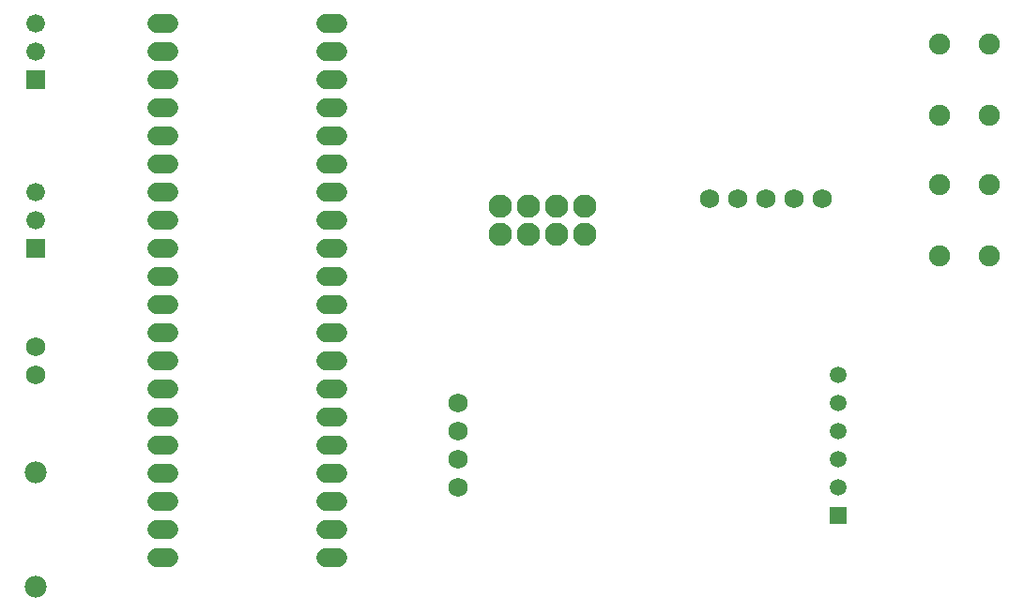
<source format=gbs>
G04 Layer: BottomSolderMaskLayer*
G04 EasyEDA v6.5.9, 2022-08-04 21:53:36*
G04 243b00ffacdd401494d35e99a464f0bf,3bbe445d3a7142a2ab69e160ea9428b9,10*
G04 Gerber Generator version 0.2*
G04 Scale: 100 percent, Rotated: No, Reflected: No *
G04 Dimensions in millimeters *
G04 leading zeros omitted , absolute positions ,4 integer and 5 decimal *
%FSLAX45Y45*%
%MOMM*%

%ADD10C,1.6532*%
%ADD11C,2.1016*%
%ADD12R,1.6764X1.6764*%
%ADD13C,1.6764*%
%ADD14C,1.7526*%
%ADD15C,1.7516*%
%ADD16C,1.9812*%
%ADD17C,1.7272*%
%ADD18C,1.5011*%
%ADD19C,1.9016*%

%LPD*%
D10*
X2113511Y-3048000D02*
G01*
X2218509Y-3048000D01*
X2113511Y-2794000D02*
G01*
X2218509Y-2794000D01*
X2113511Y-2540000D02*
G01*
X2218509Y-2540000D01*
X2113511Y-2286000D02*
G01*
X2218509Y-2286000D01*
X2113511Y-2032000D02*
G01*
X2218509Y-2032000D01*
X2113511Y-1778000D02*
G01*
X2218509Y-1778000D01*
X2113511Y-1524000D02*
G01*
X2218509Y-1524000D01*
X2113511Y-1270000D02*
G01*
X2218509Y-1270000D01*
X2113511Y-1016000D02*
G01*
X2218509Y-1016000D01*
X2113511Y-762000D02*
G01*
X2218509Y-762000D01*
X2113511Y-3302000D02*
G01*
X2218509Y-3302000D01*
X2113511Y-3556000D02*
G01*
X2218509Y-3556000D01*
X2113511Y-3810000D02*
G01*
X2218509Y-3810000D01*
X2113511Y-4064000D02*
G01*
X2218509Y-4064000D01*
X2113511Y-4318000D02*
G01*
X2218509Y-4318000D01*
X2113511Y-4572000D02*
G01*
X2218509Y-4572000D01*
X2113511Y-4826000D02*
G01*
X2218509Y-4826000D01*
X2113511Y-5080000D02*
G01*
X2218509Y-5080000D01*
X2113511Y-5334000D02*
G01*
X2218509Y-5334000D01*
X2113511Y-5588000D02*
G01*
X2218509Y-5588000D01*
X3637511Y-5588000D02*
G01*
X3742509Y-5588000D01*
X3637511Y-5334000D02*
G01*
X3742509Y-5334000D01*
X3637511Y-5080000D02*
G01*
X3742509Y-5080000D01*
X3637511Y-4826000D02*
G01*
X3742509Y-4826000D01*
X3637511Y-4572000D02*
G01*
X3742509Y-4572000D01*
X3637511Y-4318000D02*
G01*
X3742509Y-4318000D01*
X3637511Y-4064000D02*
G01*
X3742509Y-4064000D01*
X3637511Y-3810000D02*
G01*
X3742509Y-3810000D01*
X3637511Y-3556000D02*
G01*
X3742509Y-3556000D01*
X3637511Y-3302000D02*
G01*
X3742509Y-3302000D01*
X3637511Y-3048000D02*
G01*
X3742509Y-3048000D01*
X3637511Y-2794000D02*
G01*
X3742509Y-2794000D01*
X3637511Y-2540000D02*
G01*
X3742509Y-2540000D01*
X3637511Y-2286000D02*
G01*
X3742509Y-2286000D01*
X3637511Y-2032000D02*
G01*
X3742509Y-2032000D01*
X3637511Y-1778000D02*
G01*
X3742509Y-1778000D01*
X3637511Y-1524000D02*
G01*
X3742509Y-1524000D01*
X3637511Y-1270000D02*
G01*
X3742509Y-1270000D01*
X3637511Y-1016000D02*
G01*
X3742509Y-1016000D01*
X3637511Y-762000D02*
G01*
X3742509Y-762000D01*
D11*
G01*
X5207000Y-2667000D03*
G01*
X5461000Y-2667000D03*
G01*
X5715000Y-2667000D03*
G01*
X5969000Y-2667000D03*
G01*
X5969000Y-2413000D03*
G01*
X5715000Y-2413000D03*
G01*
X5461000Y-2413000D03*
G01*
X5207000Y-2413000D03*
D12*
G01*
X1017277Y-2794000D03*
D13*
G01*
X1017277Y-2540000D03*
G01*
X1017277Y-2286000D03*
D12*
G01*
X1017277Y-1270000D03*
D13*
G01*
X1017277Y-1016000D03*
G01*
X1017277Y-762000D03*
D14*
G01*
X1016000Y-3937000D03*
G01*
X1016000Y-3683000D03*
D15*
G01*
X4825872Y-4191000D03*
G01*
X4825872Y-4445000D03*
G01*
X4825872Y-4699000D03*
G01*
X4826127Y-4953000D03*
D16*
G01*
X1015994Y-4819642D03*
G01*
X1015994Y-5848342D03*
D17*
G01*
X8115300Y-2349500D03*
G01*
X7861300Y-2349500D03*
G01*
X7607300Y-2349500D03*
G01*
X7353300Y-2349500D03*
G01*
X7099300Y-2349500D03*
G36*
X8180070Y-5282184D02*
G01*
X8180070Y-5132070D01*
X8330184Y-5132070D01*
X8330184Y-5282184D01*
G37*
D18*
G01*
X8255000Y-4953000D03*
G01*
X8255000Y-4699000D03*
G01*
X8255000Y-4445000D03*
G01*
X8255000Y-4191000D03*
G01*
X8255000Y-3937000D03*
D19*
G01*
X9172956Y-2865120D03*
G01*
X9623043Y-2865120D03*
G01*
X9172956Y-2214879D03*
G01*
X9623043Y-2214879D03*
G01*
X9172956Y-1595120D03*
G01*
X9623043Y-1595120D03*
G01*
X9172956Y-944879D03*
G01*
X9623043Y-944879D03*
M02*

</source>
